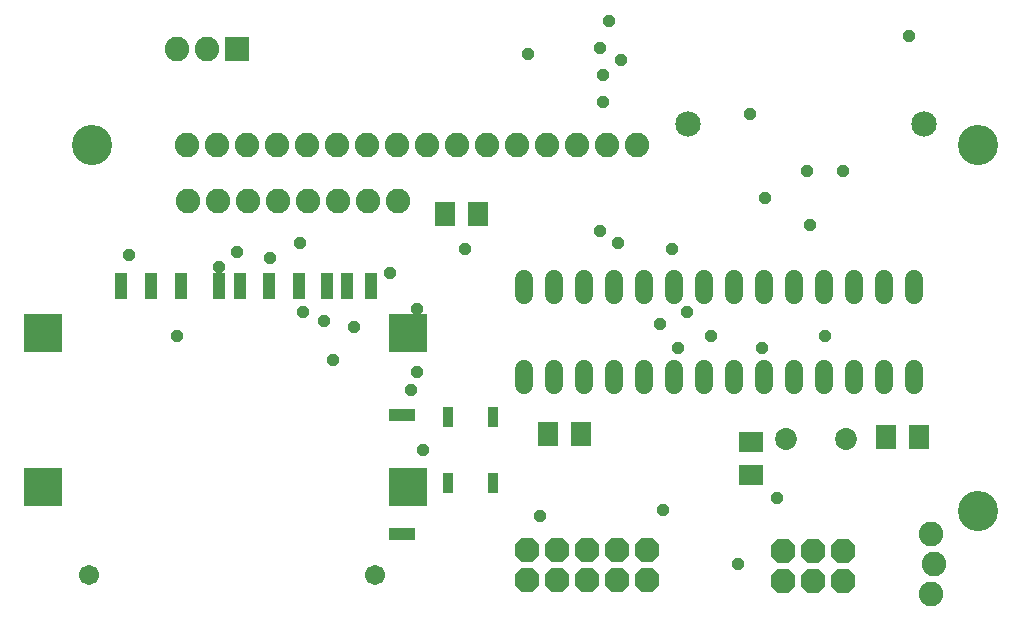
<source format=gbs>
G75*
%MOIN*%
%OFA0B0*%
%FSLAX25Y25*%
%IPPOS*%
%LPD*%
%AMOC8*
5,1,8,0,0,1.08239X$1,22.5*
%
%ADD10C,0.13398*%
%ADD11C,0.08477*%
%ADD12R,0.07887X0.07099*%
%ADD13R,0.07099X0.07887*%
%ADD14C,0.08200*%
%ADD15OC8,0.08200*%
%ADD16R,0.08200X0.08200*%
%ADD17R,0.03800X0.06800*%
%ADD18C,0.06000*%
%ADD19R,0.03950X0.08674*%
%ADD20R,0.08674X0.03950*%
%ADD21R,0.12611X0.12611*%
%ADD22C,0.06706*%
%ADD23C,0.07300*%
%ADD24OC8,0.03800*%
D10*
X0089772Y0167496D03*
X0385048Y0167496D03*
X0385048Y0045449D03*
D11*
X0367032Y0174417D03*
X0288292Y0174417D03*
D12*
X0309402Y0068559D03*
X0309402Y0057535D03*
D13*
X0354434Y0069961D03*
X0365457Y0069961D03*
X0252623Y0071150D03*
X0241599Y0071150D03*
X0218158Y0144520D03*
X0207134Y0144520D03*
D14*
X0191583Y0148717D03*
X0181583Y0148717D03*
X0171583Y0148717D03*
X0161583Y0148717D03*
X0151583Y0148717D03*
X0141583Y0148717D03*
X0131583Y0148717D03*
X0121583Y0148717D03*
X0121268Y0167496D03*
X0131268Y0167496D03*
X0141268Y0167496D03*
X0151268Y0167496D03*
X0161268Y0167496D03*
X0171268Y0167496D03*
X0181268Y0167496D03*
X0191268Y0167496D03*
X0201268Y0167496D03*
X0211268Y0167496D03*
X0221268Y0167496D03*
X0231268Y0167496D03*
X0241268Y0167496D03*
X0251268Y0167496D03*
X0261268Y0167496D03*
X0271268Y0167496D03*
X0128111Y0199374D03*
X0118111Y0199374D03*
X0369201Y0037811D03*
X0370201Y0027811D03*
X0369201Y0017811D03*
D15*
X0340040Y0022260D03*
X0330040Y0022260D03*
X0320040Y0022260D03*
X0320040Y0032260D03*
X0330040Y0032260D03*
X0340040Y0032260D03*
X0274615Y0032339D03*
X0264615Y0032339D03*
X0254615Y0032339D03*
X0244615Y0032339D03*
X0234615Y0032339D03*
X0234615Y0022339D03*
X0244615Y0022339D03*
X0254615Y0022339D03*
X0264615Y0022339D03*
X0274615Y0022339D03*
D16*
X0138111Y0199374D03*
D17*
X0208280Y0076732D03*
X0223280Y0076732D03*
X0223280Y0054732D03*
X0208280Y0054732D03*
D18*
X0233709Y0087605D02*
X0233709Y0092805D01*
X0243709Y0092805D02*
X0243709Y0087605D01*
X0253709Y0087605D02*
X0253709Y0092805D01*
X0263709Y0092805D02*
X0263709Y0087605D01*
X0273709Y0087605D02*
X0273709Y0092805D01*
X0283709Y0092805D02*
X0283709Y0087605D01*
X0293709Y0087605D02*
X0293709Y0092805D01*
X0303709Y0092805D02*
X0303709Y0087605D01*
X0313709Y0087605D02*
X0313709Y0092805D01*
X0323709Y0092805D02*
X0323709Y0087605D01*
X0333709Y0087605D02*
X0333709Y0092805D01*
X0343709Y0092805D02*
X0343709Y0087605D01*
X0353709Y0087605D02*
X0353709Y0092805D01*
X0363709Y0092805D02*
X0363709Y0087605D01*
X0363709Y0117605D02*
X0363709Y0122805D01*
X0353709Y0122805D02*
X0353709Y0117605D01*
X0343709Y0117605D02*
X0343709Y0122805D01*
X0333709Y0122805D02*
X0333709Y0117605D01*
X0323709Y0117605D02*
X0323709Y0122805D01*
X0313709Y0122805D02*
X0313709Y0117605D01*
X0303709Y0117605D02*
X0303709Y0122805D01*
X0293709Y0122805D02*
X0293709Y0117605D01*
X0283709Y0117605D02*
X0283709Y0122805D01*
X0273709Y0122805D02*
X0273709Y0117605D01*
X0263709Y0117605D02*
X0263709Y0122805D01*
X0253709Y0122805D02*
X0253709Y0117605D01*
X0243709Y0117605D02*
X0243709Y0122805D01*
X0233709Y0122805D02*
X0233709Y0117605D01*
D19*
X0182638Y0120441D03*
X0174764Y0120441D03*
X0168071Y0120441D03*
X0158504Y0120441D03*
X0148662Y0120441D03*
X0138819Y0120441D03*
X0132126Y0120441D03*
X0119134Y0120441D03*
X0109292Y0120441D03*
X0099449Y0120441D03*
D20*
X0192874Y0077331D03*
X0192874Y0037764D03*
D21*
X0073386Y0053512D03*
X0073386Y0104693D03*
X0194843Y0104693D03*
X0194843Y0053512D03*
D22*
X0184016Y0023984D03*
X0088741Y0023984D03*
D23*
X0321079Y0069583D03*
X0341079Y0069583D03*
D24*
X0318119Y0049906D03*
X0280119Y0045906D03*
X0305119Y0027906D03*
X0239119Y0043906D03*
X0200119Y0065906D03*
X0196119Y0085906D03*
X0198119Y0091906D03*
X0177119Y0106906D03*
X0167119Y0108906D03*
X0160119Y0111906D03*
X0170119Y0095906D03*
X0198119Y0112906D03*
X0189119Y0124906D03*
X0214119Y0132906D03*
X0259119Y0138906D03*
X0265119Y0134906D03*
X0283119Y0132906D03*
X0314119Y0149906D03*
X0328119Y0158906D03*
X0340119Y0158906D03*
X0329119Y0140906D03*
X0288119Y0111906D03*
X0279119Y0107906D03*
X0285119Y0099906D03*
X0296119Y0103906D03*
X0313119Y0099906D03*
X0334119Y0103906D03*
X0309119Y0177906D03*
X0266119Y0195906D03*
X0260119Y0190906D03*
X0260119Y0181906D03*
X0235119Y0197906D03*
X0259119Y0199906D03*
X0262119Y0208906D03*
X0362119Y0203906D03*
X0159119Y0134906D03*
X0149119Y0129906D03*
X0138119Y0131906D03*
X0132119Y0126906D03*
X0102119Y0130906D03*
X0118119Y0103906D03*
M02*

</source>
